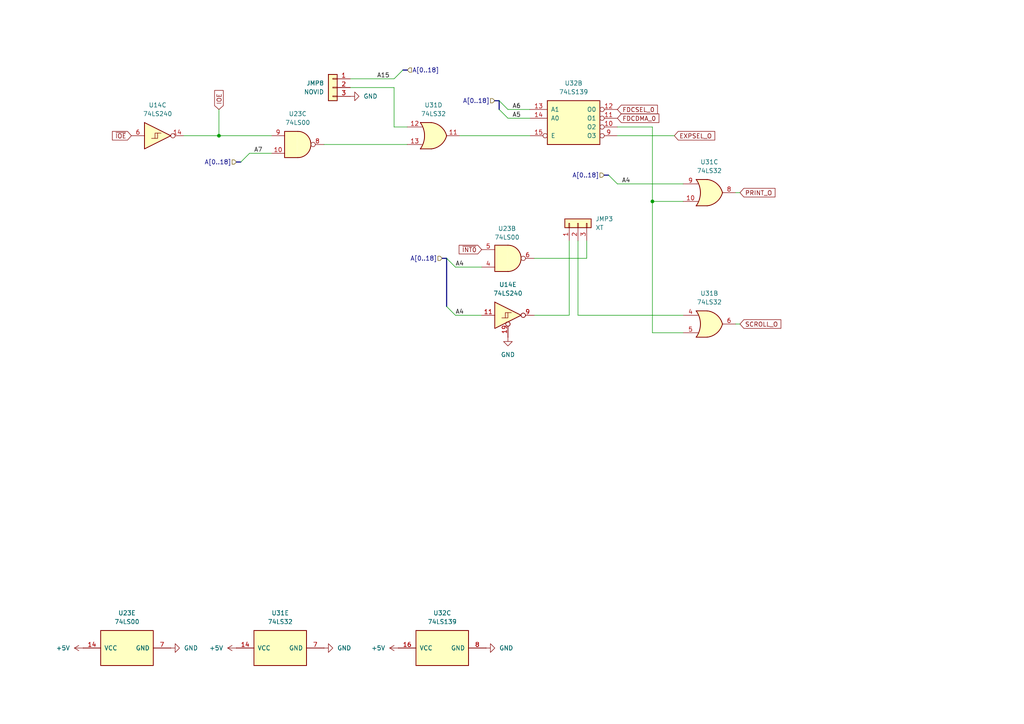
<source format=kicad_sch>
(kicad_sch (version 20231120) (generator "eeschema") (generator_version "8.0")
  (paper "A4")
  (lib_symbols
    (symbol "74xx:74LS00" (pin_names (offset 1.016))
      (property "Reference" "U" (at 0 1.27 0))
      (property "Value" "74LS00" (at 0 -1.27 0))
      (symbol "74LS00_1_1"
        (arc (start 0 -3.81) (mid 3.7934 0) (end 0 3.81) (stroke (width 0.254)) (fill (type background)))
        (polyline (pts (xy 0 3.81) (xy -3.81 3.81) (xy -3.81 -3.81) (xy 0 -3.81)) (stroke (width 0.254)) (fill (type background)))
        (pin input line (at -7.62 2.54 0) (length 3.81) (name "~") (number "1"))
        (pin input line (at -7.62 -2.54 0) (length 3.81) (name "~") (number "2"))
        (pin output inverted (at 7.62 0 180) (length 3.81) (name "~") (number "3"))
      )
      (symbol "74LS00_1_2"
        (arc (start -3.81 -3.81) (mid -2.589 0) (end -3.81 3.81) (stroke (width 0.254)))
        (arc (start -0.6096 -3.81) (mid 2.1842 -2.5851) (end 3.81 0) (stroke (width 0.254)) (fill (type background)))
        (polyline (pts (xy -3.81 -3.81) (xy -0.635 -3.81)) (stroke (width 0.254)) (fill (type background)))
        (polyline (pts (xy -3.81 3.81) (xy -0.635 3.81)) (stroke (width 0.254)) (fill (type background)))
        (polyline (pts (xy -0.635 3.81) (xy -3.81 3.81) (xy -3.81 3.81) (xy -3.556 3.4036) (xy -3.0226 2.2606) (xy -2.6924 1.0414) (xy -2.6162 -0.254) (xy -2.7686 -1.4986) (xy -3.175 -2.7178) (xy -3.81 -3.81) (xy -3.81 -3.81) (xy -0.635 -3.81)) (stroke (width -25.4)) (fill (type background)))
        (arc (start 3.81 0) (mid 2.1915 2.5936) (end -0.6096 3.81) (stroke (width 0.254)) (fill (type background)))
        (pin input inverted (at -7.62 2.54 0) (length 4.318) (name "~") (number "1"))
        (pin input inverted (at -7.62 -2.54 0) (length 4.318) (name "~") (number "2"))
        (pin output line (at 7.62 0 180) (length 3.81) (name "~") (number "3"))
      )
      (symbol "74LS00_2_1"
        (arc (start 0 -3.81) (mid 3.7934 0) (end 0 3.81) (stroke (width 0.254)) (fill (type background)))
        (polyline (pts (xy 0 3.81) (xy -3.81 3.81) (xy -3.81 -3.81) (xy 0 -3.81)) (stroke (width 0.254)) (fill (type background)))
        (pin input line (at -7.62 2.54 0) (length 3.81) (name "~") (number "4"))
        (pin input line (at -7.62 -2.54 0) (length 3.81) (name "~") (number "5"))
        (pin output inverted (at 7.62 0 180) (length 3.81) (name "~") (number "6"))
      )
      (symbol "74LS00_2_2"
        (arc (start -3.81 -3.81) (mid -2.589 0) (end -3.81 3.81) (stroke (width 0.254)))
        (arc (start -0.6096 -3.81) (mid 2.1842 -2.5851) (end 3.81 0) (stroke (width 0.254)) (fill (type background)))
        (polyline (pts (xy -3.81 -3.81) (xy -0.635 -3.81)) (stroke (width 0.254)) (fill (type background)))
        (polyline (pts (xy -3.81 3.81) (xy -0.635 3.81)) (stroke (width 0.254)) (fill (type background)))
        (polyline (pts (xy -0.635 3.81) (xy -3.81 3.81) (xy -3.81 3.81) (xy -3.556 3.4036) (xy -3.0226 2.2606) (xy -2.6924 1.0414) (xy -2.6162 -0.254) (xy -2.7686 -1.4986) (xy -3.175 -2.7178) (xy -3.81 -3.81) (xy -3.81 -3.81) (xy -0.635 -3.81)) (stroke (width -25.4)) (fill (type background)))
        (arc (start 3.81 0) (mid 2.1915 2.5936) (end -0.6096 3.81) (stroke (width 0.254)) (fill (type background)))
        (pin input inverted (at -7.62 2.54 0) (length 4.318) (name "~") (number "4"))
        (pin input inverted (at -7.62 -2.54 0) (length 4.318) (name "~") (number "5"))
        (pin output line (at 7.62 0 180) (length 3.81) (name "~") (number "6"))
      )
      (symbol "74LS00_3_1"
        (arc (start 0 -3.81) (mid 3.7934 0) (end 0 3.81) (stroke (width 0.254)) (fill (type background)))
        (polyline (pts (xy 0 3.81) (xy -3.81 3.81) (xy -3.81 -3.81) (xy 0 -3.81)) (stroke (width 0.254)) (fill (type background)))
        (pin input line (at -7.62 -2.54 0) (length 3.81) (name "~") (number "10"))
        (pin output inverted (at 7.62 0 180) (length 3.81) (name "~") (number "8"))
        (pin input line (at -7.62 2.54 0) (length 3.81) (name "~") (number "9"))
      )
      (symbol "74LS00_3_2"
        (arc (start -3.81 -3.81) (mid -2.589 0) (end -3.81 3.81) (stroke (width 0.254)))
        (arc (start -0.6096 -3.81) (mid 2.1842 -2.5851) (end 3.81 0) (stroke (width 0.254)) (fill (type background)))
        (polyline (pts (xy -3.81 -3.81) (xy -0.635 -3.81)) (stroke (width 0.254)) (fill (type background)))
        (polyline (pts (xy -3.81 3.81) (xy -0.635 3.81)) (stroke (width 0.254)) (fill (type background)))
        (polyline (pts (xy -0.635 3.81) (xy -3.81 3.81) (xy -3.81 3.81) (xy -3.556 3.4036) (xy -3.0226 2.2606) (xy -2.6924 1.0414) (xy -2.6162 -0.254) (xy -2.7686 -1.4986) (xy -3.175 -2.7178) (xy -3.81 -3.81) (xy -3.81 -3.81) (xy -0.635 -3.81)) (stroke (width -25.4)) (fill (type background)))
        (arc (start 3.81 0) (mid 2.1915 2.5936) (end -0.6096 3.81) (stroke (width 0.254)) (fill (type background)))
        (pin input inverted (at -7.62 -2.54 0) (length 4.318) (name "~") (number "10"))
        (pin output line (at 7.62 0 180) (length 3.81) (name "~") (number "8"))
        (pin input inverted (at -7.62 2.54 0) (length 4.318) (name "~") (number "9"))
      )
      (symbol "74LS00_4_1"
        (arc (start 0 -3.81) (mid 3.7934 0) (end 0 3.81) (stroke (width 0.254)) (fill (type background)))
        (polyline (pts (xy 0 3.81) (xy -3.81 3.81) (xy -3.81 -3.81) (xy 0 -3.81)) (stroke (width 0.254)) (fill (type background)))
        (pin output inverted (at 7.62 0 180) (length 3.81) (name "~") (number "11"))
        (pin input line (at -7.62 2.54 0) (length 3.81) (name "~") (number "12"))
        (pin input line (at -7.62 -2.54 0) (length 3.81) (name "~") (number "13"))
      )
      (symbol "74LS00_4_2"
        (arc (start -3.81 -3.81) (mid -2.589 0) (end -3.81 3.81) (stroke (width 0.254)))
        (arc (start -0.6096 -3.81) (mid 2.1842 -2.5851) (end 3.81 0) (stroke (width 0.254)) (fill (type background)))
        (polyline (pts (xy -3.81 -3.81) (xy -0.635 -3.81)) (stroke (width 0.254)) (fill (type background)))
        (polyline (pts (xy -3.81 3.81) (xy -0.635 3.81)) (stroke (width 0.254)) (fill (type background)))
        (polyline (pts (xy -0.635 3.81) (xy -3.81 3.81) (xy -3.81 3.81) (xy -3.556 3.4036) (xy -3.0226 2.2606) (xy -2.6924 1.0414) (xy -2.6162 -0.254) (xy -2.7686 -1.4986) (xy -3.175 -2.7178) (xy -3.81 -3.81) (xy -3.81 -3.81) (xy -0.635 -3.81)) (stroke (width -25.4)) (fill (type background)))
        (arc (start 3.81 0) (mid 2.1915 2.5936) (end -0.6096 3.81) (stroke (width 0.254)) (fill (type background)))
        (pin output line (at 7.62 0 180) (length 3.81) (name "~") (number "11"))
        (pin input inverted (at -7.62 2.54 0) (length 4.318) (name "~") (number "12"))
        (pin input inverted (at -7.62 -2.54 0) (length 4.318) (name "~") (number "13"))
      )
      (symbol "74LS00_5_0"
        (pin power_in line (at 0 12.7 270) (length 5.08) (name "VCC") (number "14"))
        (pin power_in line (at 0 -12.7 90) (length 5.08) (name "GND") (number "7"))
      )
      (symbol "74LS00_5_1"
        (rectangle (start -5.08 7.62) (end 5.08 -7.62) (stroke (width 0.254)) (fill (type background)))
      )
    )
    (symbol "74xx:74LS139" (pin_names (offset 1.016))
      (property "Reference" "U" (at -7.62 8.89 0))
      (property "Value" "74LS139" (at -7.62 -8.89 0))
      (symbol "74LS139_1_0"
        (pin input inverted (at -12.7 -5.08 0) (length 5.08) (name "E") (number "1"))
        (pin input line (at -12.7 0 0) (length 5.08) (name "A0") (number "2"))
        (pin input line (at -12.7 2.54 0) (length 5.08) (name "A1") (number "3"))
        (pin output inverted (at 12.7 2.54 180) (length 5.08) (name "O0") (number "4"))
        (pin output inverted (at 12.7 0 180) (length 5.08) (name "O1") (number "5"))
        (pin output inverted (at 12.7 -2.54 180) (length 5.08) (name "O2") (number "6"))
        (pin output inverted (at 12.7 -5.08 180) (length 5.08) (name "O3") (number "7"))
      )
      (symbol "74LS139_1_1"
        (rectangle (start -7.62 5.08) (end 7.62 -7.62) (stroke (width 0.254)) (fill (type background)))
      )
      (symbol "74LS139_2_0"
        (pin output inverted (at 12.7 -2.54 180) (length 5.08) (name "O2") (number "10"))
        (pin output inverted (at 12.7 0 180) (length 5.08) (name "O1") (number "11"))
        (pin output inverted (at 12.7 2.54 180) (length 5.08) (name "O0") (number "12"))
        (pin input line (at -12.7 2.54 0) (length 5.08) (name "A1") (number "13"))
        (pin input line (at -12.7 0 0) (length 5.08) (name "A0") (number "14"))
        (pin input inverted (at -12.7 -5.08 0) (length 5.08) (name "E") (number "15"))
        (pin output inverted (at 12.7 -5.08 180) (length 5.08) (name "O3") (number "9"))
      )
      (symbol "74LS139_2_1"
        (rectangle (start -7.62 5.08) (end 7.62 -7.62) (stroke (width 0.254)) (fill (type background)))
      )
      (symbol "74LS139_3_0"
        (pin power_in line (at 0 12.7 270) (length 5.08) (name "VCC") (number "16"))
        (pin power_in line (at 0 -12.7 90) (length 5.08) (name "GND") (number "8"))
      )
      (symbol "74LS139_3_1"
        (rectangle (start -5.08 7.62) (end 5.08 -7.62) (stroke (width 0.254)) (fill (type background)))
      )
    )
    (symbol "74xx:74LS240_Split"
      (property "Reference" "U" (at 0 1.27 0))
      (property "Value" "74LS240_Split" (at 0 -1.27 0))
      (symbol "74LS240_Split_1_0"
        (polyline (pts (xy -3.81 3.81) (xy -3.81 -3.81) (xy 3.81 0) (xy -3.81 3.81)) (stroke (width 0.254)) (fill (type background)))
        (pin input inverted (at 0 -6.35 90) (length 4.445) (name "~") (number "1"))
        (pin tri_state inverted (at 7.62 0 180) (length 3.81) (name "~") (number "18"))
        (pin input line (at -7.62 0 0) (length 3.81) (name "~") (number "2"))
      )
      (symbol "74LS240_Split_1_1"
        (polyline (pts (xy -0.762 -0.762) (xy -0.762 0.762) (xy 1.016 0.762)))
        (polyline (pts (xy 0 0.762) (xy 0 -0.762) (xy -1.778 -0.762)))
      )
      (symbol "74LS240_Split_2_0"
        (polyline (pts (xy -3.81 3.81) (xy -3.81 -3.81) (xy 3.81 0) (xy -3.81 3.81)) (stroke (width 0.254)) (fill (type background)))
        (pin tri_state inverted (at 7.62 0 180) (length 3.81) (name "~") (number "16"))
        (pin input line (at -7.62 0 0) (length 3.81) (name "~") (number "4"))
      )
      (symbol "74LS240_Split_2_1"
        (polyline (pts (xy -0.762 -0.762) (xy -0.762 0.762) (xy 1.016 0.762)))
        (polyline (pts (xy 0 0.762) (xy 0 -0.762) (xy -1.778 -0.762)))
      )
      (symbol "74LS240_Split_3_0"
        (polyline (pts (xy -3.81 3.81) (xy -3.81 -3.81) (xy 3.81 0) (xy -3.81 3.81)) (stroke (width 0.254)) (fill (type background)))
        (pin tri_state inverted (at 7.62 0 180) (length 3.81) (name "~") (number "14"))
        (pin input line (at -7.62 0 0) (length 3.81) (name "~") (number "6"))
      )
      (symbol "74LS240_Split_3_1"
        (polyline (pts (xy -0.762 -0.762) (xy -0.762 0.762) (xy 1.016 0.762)))
        (polyline (pts (xy 0 0.762) (xy 0 -0.762) (xy -1.778 -0.762)))
      )
      (symbol "74LS240_Split_4_0"
        (polyline (pts (xy -3.81 3.81) (xy -3.81 -3.81) (xy 3.81 0) (xy -3.81 3.81)) (stroke (width 0.254)) (fill (type background)))
        (pin tri_state inverted (at 7.62 0 180) (length 3.81) (name "~") (number "12"))
        (pin input line (at -7.62 0 0) (length 3.81) (name "~") (number "8"))
      )
      (symbol "74LS240_Split_4_1"
        (polyline (pts (xy -0.762 -0.762) (xy -0.762 0.762) (xy 1.016 0.762)))
        (polyline (pts (xy 0 0.762) (xy 0 -0.762) (xy -1.778 -0.762)))
      )
      (symbol "74LS240_Split_5_0"
        (polyline (pts (xy -3.81 3.81) (xy -3.81 -3.81) (xy 3.81 0) (xy -3.81 3.81)) (stroke (width 0.254)) (fill (type background)))
        (pin input line (at -7.62 0 0) (length 3.81) (name "~") (number "11"))
        (pin input inverted (at 0 -6.35 90) (length 4.445) (name "~") (number "19"))
        (pin tri_state inverted (at 7.62 0 180) (length 3.81) (name "~") (number "9"))
      )
      (symbol "74LS240_Split_5_1"
        (polyline (pts (xy -0.762 -0.762) (xy -0.762 0.762) (xy 1.016 0.762)))
        (polyline (pts (xy 0 0.762) (xy 0 -0.762) (xy -1.778 -0.762)))
      )
      (symbol "74LS240_Split_6_0"
        (polyline (pts (xy -3.81 3.81) (xy -3.81 -3.81) (xy 3.81 0) (xy -3.81 3.81)) (stroke (width 0.254)) (fill (type background)))
        (pin input line (at -7.62 0 0) (length 3.81) (name "~") (number "13"))
        (pin tri_state inverted (at 7.62 0 180) (length 3.81) (name "~") (number "7"))
      )
      (symbol "74LS240_Split_6_1"
        (polyline (pts (xy -0.762 -0.762) (xy -0.762 0.762) (xy 1.016 0.762)))
        (polyline (pts (xy 0 0.762) (xy 0 -0.762) (xy -1.778 -0.762)))
      )
      (symbol "74LS240_Split_7_0"
        (polyline (pts (xy -3.81 3.81) (xy -3.81 -3.81) (xy 3.81 0) (xy -3.81 3.81)) (stroke (width 0.254)) (fill (type background)))
        (pin input line (at -7.62 0 0) (length 3.81) (name "~") (number "15"))
        (pin tri_state inverted (at 7.62 0 180) (length 3.81) (name "~") (number "5"))
      )
      (symbol "74LS240_Split_7_1"
        (polyline (pts (xy -0.762 -0.762) (xy -0.762 0.762) (xy 1.016 0.762)))
        (polyline (pts (xy 0 0.762) (xy 0 -0.762) (xy -1.778 -0.762)))
      )
      (symbol "74LS240_Split_8_0"
        (polyline (pts (xy -3.81 3.81) (xy -3.81 -3.81) (xy 3.81 0) (xy -3.81 3.81)) (stroke (width 0.254)) (fill (type background)))
        (pin input line (at -7.62 0 0) (length 3.81) (name "~") (number "17"))
        (pin tri_state inverted (at 7.62 0 180) (length 3.81) (name "~") (number "3"))
      )
      (symbol "74LS240_Split_8_1"
        (polyline (pts (xy -0.762 -0.762) (xy -0.762 0.762) (xy 1.016 0.762)))
        (polyline (pts (xy 0 0.762) (xy 0 -0.762) (xy -1.778 -0.762)))
      )
      (symbol "74LS240_Split_9_0"
        (pin power_in line (at 0 -12.7 90) (length 5.08) (name "GND") (number "10"))
        (pin power_in line (at 0 12.7 270) (length 5.08) (name "VCC") (number "20"))
      )
      (symbol "74LS240_Split_9_1"
        (rectangle (start -5.08 7.62) (end 5.08 -7.62) (stroke (width 0.254)) (fill (type background)))
      )
    )
    (symbol "74xx:74LS32" (pin_names (offset 1.016))
      (property "Reference" "U" (at 0 1.27 0))
      (property "Value" "74LS32" (at 0 -1.27 0))
      (symbol "74LS32_1_1"
        (arc (start -3.81 -3.81) (mid -2.589 0) (end -3.81 3.81) (stroke (width 0.254)))
        (arc (start -0.6096 -3.81) (mid 2.1842 -2.5851) (end 3.81 0) (stroke (width 0.254)) (fill (type background)))
        (polyline (pts (xy -3.81 -3.81) (xy -0.635 -3.81)) (stroke (width 0.254)) (fill (type background)))
        (polyline (pts (xy -3.81 3.81) (xy -0.635 3.81)) (stroke (width 0.254)) (fill (type background)))
        (polyline (pts (xy -0.635 3.81) (xy -3.81 3.81) (xy -3.81 3.81) (xy -3.556 3.4036) (xy -3.0226 2.2606) (xy -2.6924 1.0414) (xy -2.6162 -0.254) (xy -2.7686 -1.4986) (xy -3.175 -2.7178) (xy -3.81 -3.81) (xy -3.81 -3.81) (xy -0.635 -3.81)) (stroke (width -25.4)) (fill (type background)))
        (arc (start 3.81 0) (mid 2.1915 2.5936) (end -0.6096 3.81) (stroke (width 0.254)) (fill (type background)))
        (pin input line (at -7.62 2.54 0) (length 4.318) (name "~") (number "1"))
        (pin input line (at -7.62 -2.54 0) (length 4.318) (name "~") (number "2"))
        (pin output line (at 7.62 0 180) (length 3.81) (name "~") (number "3"))
      )
      (symbol "74LS32_1_2"
        (arc (start 0 -3.81) (mid 3.7934 0) (end 0 3.81) (stroke (width 0.254)) (fill (type background)))
        (polyline (pts (xy 0 3.81) (xy -3.81 3.81) (xy -3.81 -3.81) (xy 0 -3.81)) (stroke (width 0.254)) (fill (type background)))
        (pin input inverted (at -7.62 2.54 0) (length 3.81) (name "~") (number "1"))
        (pin input inverted (at -7.62 -2.54 0) (length 3.81) (name "~") (number "2"))
        (pin output inverted (at 7.62 0 180) (length 3.81) (name "~") (number "3"))
      )
      (symbol "74LS32_2_1"
        (arc (start -3.81 -3.81) (mid -2.589 0) (end -3.81 3.81) (stroke (width 0.254)))
        (arc (start -0.6096 -3.81) (mid 2.1842 -2.5851) (end 3.81 0) (stroke (width 0.254)) (fill (type background)))
        (polyline (pts (xy -3.81 -3.81) (xy -0.635 -3.81)) (stroke (width 0.254)) (fill (type background)))
        (polyline (pts (xy -3.81 3.81) (xy -0.635 3.81)) (stroke (width 0.254)) (fill (type background)))
        (polyline (pts (xy -0.635 3.81) (xy -3.81 3.81) (xy -3.81 3.81) (xy -3.556 3.4036) (xy -3.0226 2.2606) (xy -2.6924 1.0414) (xy -2.6162 -0.254) (xy -2.7686 -1.4986) (xy -3.175 -2.7178) (xy -3.81 -3.81) (xy -3.81 -3.81) (xy -0.635 -3.81)) (stroke (width -25.4)) (fill (type background)))
        (arc (start 3.81 0) (mid 2.1915 2.5936) (end -0.6096 3.81) (stroke (width 0.254)) (fill (type background)))
        (pin input line (at -7.62 2.54 0) (length 4.318) (name "~") (number "4"))
        (pin input line (at -7.62 -2.54 0) (length 4.318) (name "~") (number "5"))
        (pin output line (at 7.62 0 180) (length 3.81) (name "~") (number "6"))
      )
      (symbol "74LS32_2_2"
        (arc (start 0 -3.81) (mid 3.7934 0) (end 0 3.81) (stroke (width 0.254)) (fill (type background)))
        (polyline (pts (xy 0 3.81) (xy -3.81 3.81) (xy -3.81 -3.81) (xy 0 -3.81)) (stroke (width 0.254)) (fill (type background)))
        (pin input inverted (at -7.62 2.54 0) (length 3.81) (name "~") (number "4"))
        (pin input inverted (at -7.62 -2.54 0) (length 3.81) (name "~") (number "5"))
        (pin output inverted (at 7.62 0 180) (length 3.81) (name "~") (number "6"))
      )
      (symbol "74LS32_3_1"
        (arc (start -3.81 -3.81) (mid -2.589 0) (end -3.81 3.81) (stroke (width 0.254)))
        (arc (start -0.6096 -3.81) (mid 2.1842 -2.5851) (end 3.81 0) (stroke (width 0.254)) (fill (type background)))
        (polyline (pts (xy -3.81 -3.81) (xy -0.635 -3.81)) (stroke (width 0.254)) (fill (type background)))
        (polyline (pts (xy -3.81 3.81) (xy -0.635 3.81)) (stroke (width 0.254)) (fill (type background)))
        (polyline (pts (xy -0.635 3.81) (xy -3.81 3.81) (xy -3.81 3.81) (xy -3.556 3.4036) (xy -3.0226 2.2606) (xy -2.6924 1.0414) (xy -2.6162 -0.254) (xy -2.7686 -1.4986) (xy -3.175 -2.7178) (xy -3.81 -3.81) (xy -3.81 -3.81) (xy -0.635 -3.81)) (stroke (width -25.4)) (fill (type background)))
        (arc (start 3.81 0) (mid 2.1915 2.5936) (end -0.6096 3.81) (stroke (width 0.254)) (fill (type background)))
        (pin input line (at -7.62 -2.54 0) (length 4.318) (name "~") (number "10"))
        (pin output line (at 7.62 0 180) (length 3.81) (name "~") (number "8"))
        (pin input line (at -7.62 2.54 0) (length 4.318) (name "~") (number "9"))
      )
      (symbol "74LS32_3_2"
        (arc (start 0 -3.81) (mid 3.7934 0) (end 0 3.81) (stroke (width 0.254)) (fill (type background)))
        (polyline (pts (xy 0 3.81) (xy -3.81 3.81) (xy -3.81 -3.81) (xy 0 -3.81)) (stroke (width 0.254)) (fill (type background)))
        (pin input inverted (at -7.62 -2.54 0) (length 3.81) (name "~") (number "10"))
        (pin output inverted (at 7.62 0 180) (length 3.81) (name "~") (number "8"))
        (pin input inverted (at -7.62 2.54 0) (length 3.81) (name "~") (number "9"))
      )
      (symbol "74LS32_4_1"
        (arc (start -3.81 -3.81) (mid -2.589 0) (end -3.81 3.81) (stroke (width 0.254)))
        (arc (start -0.6096 -3.81) (mid 2.1842 -2.5851) (end 3.81 0) (stroke (width 0.254)) (fill (type background)))
        (polyline (pts (xy -3.81 -3.81) (xy -0.635 -3.81)) (stroke (width 0.254)) (fill (type background)))
        (polyline (pts (xy -3.81 3.81) (xy -0.635 3.81)) (stroke (width 0.254)) (fill (type background)))
        (polyline (pts (xy -0.635 3.81) (xy -3.81 3.81) (xy -3.81 3.81) (xy -3.556 3.4036) (xy -3.0226 2.2606) (xy -2.6924 1.0414) (xy -2.6162 -0.254) (xy -2.7686 -1.4986) (xy -3.175 -2.7178) (xy -3.81 -3.81) (xy -3.81 -3.81) (xy -0.635 -3.81)) (stroke (width -25.4)) (fill (type background)))
        (arc (start 3.81 0) (mid 2.1915 2.5936) (end -0.6096 3.81) (stroke (width 0.254)) (fill (type background)))
        (pin output line (at 7.62 0 180) (length 3.81) (name "~") (number "11"))
        (pin input line (at -7.62 2.54 0) (length 4.318) (name "~") (number "12"))
        (pin input line (at -7.62 -2.54 0) (length 4.318) (name "~") (number "13"))
      )
      (symbol "74LS32_4_2"
        (arc (start 0 -3.81) (mid 3.7934 0) (end 0 3.81) (stroke (width 0.254)) (fill (type background)))
        (polyline (pts (xy 0 3.81) (xy -3.81 3.81) (xy -3.81 -3.81) (xy 0 -3.81)) (stroke (width 0.254)) (fill (type background)))
        (pin output inverted (at 7.62 0 180) (length 3.81) (name "~") (number "11"))
        (pin input inverted (at -7.62 2.54 0) (length 3.81) (name "~") (number "12"))
        (pin input inverted (at -7.62 -2.54 0) (length 3.81) (name "~") (number "13"))
      )
      (symbol "74LS32_5_0"
        (pin power_in line (at 0 12.7 270) (length 5.08) (name "VCC") (number "14"))
        (pin power_in line (at 0 -12.7 90) (length 5.08) (name "GND") (number "7"))
      )
      (symbol "74LS32_5_1"
        (rectangle (start -5.08 7.62) (end 5.08 -7.62) (stroke (width 0.254)) (fill (type background)))
      )
    )
    (symbol "Connector_Generic:Conn_01x03" (pin_names (offset 1.016) hide)
      (property "Reference" "J" (at 0 5.08 0))
      (property "Value" "Conn_01x03" (at 0 -5.08 0))
      (symbol "Conn_01x03_1_1"
        (rectangle (start -1.27 -2.413) (end 0 -2.667) (stroke (width 0.1524)))
        (rectangle (start -1.27 0.127) (end 0 -0.127) (stroke (width 0.1524)))
        (rectangle (start -1.27 2.667) (end 0 2.413) (stroke (width 0.1524)))
        (rectangle (start -1.27 3.81) (end 1.27 -3.81) (stroke (width 0.254)) (fill (type background)))
        (pin passive line (at -5.08 2.54 0) (length 3.81) (name "Pin_1") (number "1"))
        (pin passive line (at -5.08 0 0) (length 3.81) (name "Pin_2") (number "2"))
        (pin passive line (at -5.08 -2.54 0) (length 3.81) (name "Pin_3") (number "3"))
      )
    )
    (symbol "power:+5V" (power) (pin_numbers hide) (pin_names (offset 0) hide)
      (property "Value" "+5V" (at 0 3.556 0))
      (symbol "+5V_0_1"
        (polyline (pts (xy -0.762 1.27) (xy 0 2.54)))
        (polyline (pts (xy 0 0) (xy 0 2.54)))
        (polyline (pts (xy 0 2.54) (xy 0.762 1.27)))
      )
      (symbol "+5V_1_1"
        (pin power_in line (at 0 0 90) (length 0) (name "~") (number "1"))
      )
    )
    (symbol "power:GND" (power) (pin_numbers hide) (pin_names (offset 0) hide)
      (property "Value" "GND" (at 0 -3.81 0))
      (symbol "GND_0_1"
        (polyline (pts (xy 0 0) (xy 0 -1.27) (xy 1.27 -1.27) (xy 0 -2.54) (xy -1.27 -1.27) (xy 0 -1.27)))
      )
      (symbol "GND_1_1"
        (pin power_in line (at 0 0 270) (length 0) (name "~") (number "1"))
      )
    )
  )
  (junction (at 189.23 58.42))
  (junction (at 63.5 39.37))
  (bus_entry (at 116.84 20.32) (size -2.54 2.54))
  (bus_entry (at 129.54 74.93) (size 2.54 2.54))
  (bus_entry (at 129.54 88.9) (size 2.54 2.54))
  (bus_entry (at 144.78 29.21) (size 2.54 2.54))
  (bus_entry (at 176.53 50.8) (size 2.54 2.54))
  (bus_entry (at 144.78 31.75) (size 2.54 2.54))
  (bus_entry (at 69.85 46.99) (size 2.54 -2.54))
  (bus (pts (xy 68.58 46.99) (xy 69.85 46.99)))
  (wire (pts (xy 53.34 39.37) (xy 63.5 39.37)))
  (bus (pts (xy 118.11 20.32) (xy 116.84 20.32)))
  (wire (pts (xy 167.64 91.44) (xy 167.64 69.85)))
  (wire (pts (xy 78.74 39.37) (xy 63.5 39.37)))
  (wire (pts (xy 147.32 31.75) (xy 153.67 31.75)))
  (wire (pts (xy 165.1 69.85) (xy 165.1 91.44)))
  (wire (pts (xy 132.08 91.44) (xy 139.7 91.44)))
  (wire (pts (xy 114.3 36.83) (xy 118.11 36.83)))
  (wire (pts (xy 179.07 53.34) (xy 198.12 53.34)))
  (bus (pts (xy 128.27 74.93) (xy 129.54 74.93)))
  (wire (pts (xy 114.3 22.86) (xy 101.6 22.86)))
  (wire (pts (xy 147.32 34.29) (xy 153.67 34.29)))
  (wire (pts (xy 198.12 91.44) (xy 167.64 91.44)))
  (wire (pts (xy 170.18 74.93) (xy 170.18 69.85)))
  (bus (pts (xy 144.78 29.21) (xy 144.78 31.75)))
  (bus (pts (xy 143.51 29.21) (xy 144.78 29.21)))
  (wire (pts (xy 114.3 25.4) (xy 114.3 36.83)))
  (wire (pts (xy 132.08 77.47) (xy 139.7 77.47)))
  (wire (pts (xy 63.5 39.37) (xy 63.5 31.75)))
  (wire (pts (xy 179.07 36.83) (xy 189.23 36.83)))
  (wire (pts (xy 101.6 25.4) (xy 114.3 25.4)))
  (wire (pts (xy 214.63 55.88) (xy 213.36 55.88)))
  (wire (pts (xy 214.63 93.98) (xy 213.36 93.98)))
  (wire (pts (xy 118.11 41.91) (xy 93.98 41.91)))
  (bus (pts (xy 129.54 74.93) (xy 129.54 88.9)))
  (wire (pts (xy 198.12 96.52) (xy 189.23 96.52)))
  (wire (pts (xy 165.1 91.44) (xy 154.94 91.44)))
  (wire (pts (xy 189.23 36.83) (xy 189.23 58.42)))
  (wire (pts (xy 189.23 58.42) (xy 198.12 58.42)))
  (wire (pts (xy 189.23 96.52) (xy 189.23 58.42)))
  (wire (pts (xy 195.58 39.37) (xy 179.07 39.37)))
  (wire (pts (xy 153.67 39.37) (xy 133.35 39.37)))
  (wire (pts (xy 154.94 74.93) (xy 170.18 74.93)))
  (bus (pts (xy 175.26 50.8) (xy 176.53 50.8)))
  (wire (pts (xy 72.39 44.45) (xy 78.74 44.45)))
  (label "A4" (at 132.08 91.44 0))
  (label "A4" (at 180.34 53.34 0))
  (label "A5" (at 148.59 34.29 0))
  (label "A4" (at 132.08 77.47 0))
  (label "A7" (at 73.66 44.45 0))
  (label "A6" (at 148.59 31.75 0))
  (label "A15" (at 113.03 22.86 180))
  (global_label "FDCSEL_0" (shape input) (at 179.07 31.75 0) (property "Intersheetrefs" "${INTERSHEET_REFS}" (effects (hide yes))))
  (global_label "~{IOE}" (shape input) (at 38.1 39.37 180) (property "Intersheetrefs" "${INTERSHEET_REFS}" (effects (hide yes))))
  (global_label "PRINT_O" (shape input) (at 214.63 55.88 0) (property "Intersheetrefs" "${INTERSHEET_REFS}" (effects (hide yes))))
  (global_label "SCROLL_O" (shape input) (at 214.63 93.98 0) (property "Intersheetrefs" "${INTERSHEET_REFS}" (effects (hide yes))))
  (global_label "~{INT0}" (shape input) (at 139.7 72.39 180) (property "Intersheetrefs" "${INTERSHEET_REFS}" (effects (hide yes))))
  (global_label "EXPSEL_O" (shape input) (at 195.58 39.37 0) (property "Intersheetrefs" "${INTERSHEET_REFS}" (effects (hide yes))))
  (global_label "IOE" (shape input) (at 63.5 31.75 90) (property "Intersheetrefs" "${INTERSHEET_REFS}" (effects (hide yes))))
  (global_label "FDCDMA_0" (shape input) (at 179.07 34.29 0) (property "Intersheetrefs" "${INTERSHEET_REFS}" (effects (hide yes))))
  (hierarchical_label "A[0..18]" (shape input) (at 68.58 46.99 180))
  (hierarchical_label "A[0..18]" (shape input) (at 175.26 50.8 180))
  (hierarchical_label "A[0..18]" (shape input) (at 128.27 74.93 180))
  (hierarchical_label "A[0..18]" (shape input) (at 118.11 20.32 0))
  (hierarchical_label "A[0..18]" (shape input) (at 143.51 29.21 180))
  (symbol (lib_id "74xx:74LS32") (at 205.74 55.88 0) (unit 3)
    (property "Reference" "U31" (at 205.74 46.99 0))
    (property "Value" "74LS32" (at 205.74 49.53 0))
    (property "Footprint" "011TIM:DIP-14_W7.62mm" (effects (hide yes)))
    (property "Datasheet" "http://www.ti.com/lit/gpn/sn74LS32" (effects (hide yes)))
    (property "Description" "Quad 2-input OR" (effects (hide yes)))
  )
  (symbol (lib_id "power:GND") (at 93.98 187.96 90) (unit 1)
    (property "Reference" "#PWR020" (effects (hide yes)))
    (property "Value" "GND" (at 97.79 187.9599 90) (effects (justify right)))
    (property "Description" "Power symbol creates a global label with name \"GND\" , ground" (effects (hide yes)))
  )
  (symbol (lib_id "power:GND") (at 101.6 27.94 90) (unit 1)
    (property "Reference" "#PWR0195" (effects (hide yes)))
    (property "Value" "GND" (at 105.41 27.9399 90) (effects (justify right)))
    (property "Description" "Power symbol creates a global label with name \"GND\" , ground" (effects (hide yes)))
  )
  (symbol (lib_id "power:GND") (at 147.32 97.79 0) (unit 1)
    (property "Reference" "#PWR024" (effects (hide yes)))
    (property "Value" "GND" (at 147.32 102.87 0))
    (property "Description" "Power symbol creates a global label with name \"GND\" , ground" (effects (hide yes)))
  )
  (symbol (lib_id "power:GND") (at 49.53 187.96 90) (unit 1)
    (property "Reference" "#PWR019" (effects (hide yes)))
    (property "Value" "GND" (at 53.34 187.9599 90) (effects (justify right)))
    (property "Description" "Power symbol creates a global label with name \"GND\" , ground" (effects (hide yes)))
  )
  (symbol (lib_id "74xx:74LS32") (at 205.74 93.98 0) (unit 2)
    (property "Reference" "U31" (at 205.74 85.09 0))
    (property "Value" "74LS32" (at 205.74 87.63 0))
    (property "Footprint" "011TIM:DIP-14_W7.62mm" (effects (hide yes)))
    (property "Datasheet" "http://www.ti.com/lit/gpn/sn74LS32" (effects (hide yes)))
    (property "Description" "Quad 2-input OR" (effects (hide yes)))
  )
  (symbol (lib_id "74xx:74LS240_Split") (at 147.32 91.44 0) (unit 5)
    (property "Reference" "U14" (at 147.32 82.55 0))
    (property "Value" "74LS240" (at 147.32 85.09 0))
    (property "Footprint" "011TIM:DIP-20_W7.62mm" (effects (hide yes)))
    (property "Datasheet" "http://www.ti.com/lit/ds/symlink/sn74ls240.pdf" (effects (hide yes)))
    (property "Description" "Octal Buffer and Line Driver With 3-State Output, active-low enables, inverting outputs, split symbol" (effects (hide yes)))
  )
  (symbol (lib_id "power:+5V") (at 115.57 187.96 90) (unit 1)
    (property "Reference" "#PWR023" (effects (hide yes)))
    (property "Value" "+5V" (at 111.76 187.9599 90) (effects (justify left)))
    (property "Description" "Power symbol creates a global label with name \"+5V\"" (effects (hide yes)))
  )
  (symbol (lib_id "Connector_Generic:Conn_01x03") (at 167.64 64.77 90) (unit 1)
    (property "Reference" "JMP3" (at 172.72 63.4999 90) (effects (justify right)))
    (property "Value" "XT" (at 172.72 66.0399 90) (effects (justify right)))
    (property "Footprint" "011TIM:PinHeader_1x03 2.54mm" (effects (hide yes)))
    (property "Description" "Generic connector, single row, 01x03, script generated (kicad-library-utils/schlib/autogen/connector/)" (effects (hide yes)))
  )
  (symbol (lib_id "74xx:74LS139") (at 128.27 187.96 90) (unit 3)
    (property "Reference" "U32" (at 128.27 177.8 90))
    (property "Value" "74LS139" (at 128.27 180.34 90))
    (property "Footprint" "011TIM:DIP-16_W7.62mm" (effects (hide yes)))
    (property "Datasheet" "http://www.ti.com/lit/ds/symlink/sn74ls139a.pdf" (effects (hide yes)))
    (property "Description" "Dual Decoder 1 of 4, Active low outputs" (effects (hide yes)))
  )
  (symbol (lib_id "74xx:74LS139") (at 166.37 34.29 0) (unit 2)
    (property "Reference" "U32" (at 166.37 24.13 0))
    (property "Value" "74LS139" (at 166.37 26.67 0))
    (property "Footprint" "011TIM:DIP-16_W7.62mm" (effects (hide yes)))
    (property "Datasheet" "http://www.ti.com/lit/ds/symlink/sn74ls139a.pdf" (effects (hide yes)))
    (property "Description" "Dual Decoder 1 of 4, Active low outputs" (effects (hide yes)))
  )
  (symbol (lib_id "74xx:74LS32") (at 125.73 39.37 0) (unit 4)
    (property "Reference" "U31" (at 125.73 30.48 0))
    (property "Value" "74LS32" (at 125.73 33.02 0))
    (property "Footprint" "011TIM:DIP-14_W7.62mm" (effects (hide yes)))
    (property "Datasheet" "http://www.ti.com/lit/gpn/sn74LS32" (effects (hide yes)))
    (property "Description" "Quad 2-input OR" (effects (hide yes)))
  )
  (symbol (lib_id "power:+5V") (at 24.13 187.96 90) (unit 1)
    (property "Reference" "#PWR018" (effects (hide yes)))
    (property "Value" "+5V" (at 20.32 187.9599 90) (effects (justify left)))
    (property "Description" "Power symbol creates a global label with name \"+5V\"" (effects (hide yes)))
  )
  (symbol (lib_id "74xx:74LS240_Split") (at 45.72 39.37 0) (unit 3)
    (property "Reference" "U14" (at 45.72 30.48 0))
    (property "Value" "74LS240" (at 45.72 33.02 0))
    (property "Footprint" "011TIM:DIP-20_W7.62mm" (effects (hide yes)))
    (property "Datasheet" "http://www.ti.com/lit/ds/symlink/sn74ls240.pdf" (effects (hide yes)))
    (property "Description" "Octal Buffer and Line Driver With 3-State Output, active-low enables, inverting outputs, split symbol" (effects (hide yes)))
  )
  (symbol (lib_id "74xx:74LS32") (at 81.28 187.96 90) (unit 5)
    (property "Reference" "U31" (at 81.28 177.8 90))
    (property "Value" "74LS32" (at 81.28 180.34 90))
    (property "Footprint" "011TIM:DIP-14_W7.62mm" (effects (hide yes)))
    (property "Datasheet" "http://www.ti.com/lit/gpn/sn74LS32" (effects (hide yes)))
    (property "Description" "Quad 2-input OR" (effects (hide yes)))
  )
  (symbol (lib_id "power:GND") (at 140.97 187.96 90) (unit 1)
    (property "Reference" "#PWR022" (effects (hide yes)))
    (property "Value" "GND" (at 144.78 187.9599 90) (effects (justify right)))
    (property "Description" "Power symbol creates a global label with name \"GND\" , ground" (effects (hide yes)))
  )
  (symbol (lib_id "74xx:74LS00") (at 86.36 41.91 0) (unit 3)
    (property "Reference" "U23" (at 86.3517 33.02 0))
    (property "Value" "74LS00" (at 86.3517 35.56 0))
    (property "Footprint" "011TIM:DIP-14_W7.62mm" (effects (hide yes)))
    (property "Datasheet" "http://www.ti.com/lit/gpn/sn74ls00" (effects (hide yes)))
    (property "Description" "quad 2-input NAND gate" (effects (hide yes)))
  )
  (symbol (lib_id "74xx:74LS00") (at 36.83 187.96 90) (unit 5)
    (property "Reference" "U23" (at 36.83 177.8 90))
    (property "Value" "74LS00" (at 36.83 180.34 90))
    (property "Footprint" "011TIM:DIP-14_W7.62mm" (effects (hide yes)))
    (property "Datasheet" "http://www.ti.com/lit/gpn/sn74ls00" (effects (hide yes)))
    (property "Description" "quad 2-input NAND gate" (effects (hide yes)))
  )
  (symbol (lib_id "74xx:74LS00") (at 147.32 74.93 0) (mirror x) (unit 2)
    (property "Reference" "U23" (at 147.066 66.294 0))
    (property "Value" "74LS00" (at 147.066 68.834 0))
    (property "Footprint" "011TIM:DIP-14_W7.62mm" (effects (hide yes)))
    (property "Datasheet" "http://www.ti.com/lit/gpn/sn74ls00" (effects (hide yes)))
    (property "Description" "quad 2-input NAND gate" (effects (hide yes)))
  )
  (symbol (lib_id "Connector_Generic:Conn_01x03") (at 96.52 25.4 0) (mirror y) (unit 1)
    (property "Reference" "JMP8" (at 93.98 24.1299 0) (effects (justify left)))
    (property "Value" "NOVID" (at 93.98 26.6699 0) (effects (justify left)))
    (property "Footprint" "011TIM:PinHeader_1x03 2.54mm" (effects (hide yes)))
    (property "Description" "Generic connector, single row, 01x03, script generated (kicad-library-utils/schlib/autogen/connector/)" (effects (hide yes)))
  )
  (symbol (lib_id "power:+5V") (at 68.58 187.96 90) (unit 1)
    (property "Reference" "#PWR021" (effects (hide yes)))
    (property "Value" "+5V" (at 64.77 187.9599 90) (effects (justify left)))
    (property "Description" "Power symbol creates a global label with name \"+5V\"" (effects (hide yes)))
  )
)
</source>
